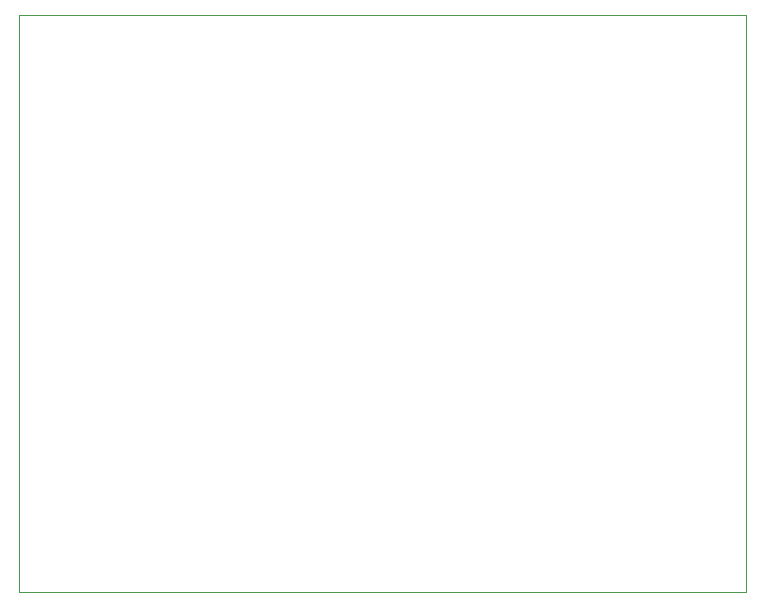
<source format=gbr>
%TF.GenerationSoftware,KiCad,Pcbnew,9.0.1*%
%TF.CreationDate,2025-04-26T11:03:13+02:00*%
%TF.ProjectId,PCB_milli,5043425f-6d69-46c6-9c69-2e6b69636164,rev?*%
%TF.SameCoordinates,Original*%
%TF.FileFunction,Profile,NP*%
%FSLAX46Y46*%
G04 Gerber Fmt 4.6, Leading zero omitted, Abs format (unit mm)*
G04 Created by KiCad (PCBNEW 9.0.1) date 2025-04-26 11:03:13*
%MOMM*%
%LPD*%
G01*
G04 APERTURE LIST*
%TA.AperFunction,Profile*%
%ADD10C,0.050000*%
%TD*%
G04 APERTURE END LIST*
D10*
X31115000Y-33655000D02*
X92710000Y-33655000D01*
X92710000Y-82550000D01*
X31115000Y-82550000D01*
X31115000Y-33655000D01*
M02*

</source>
